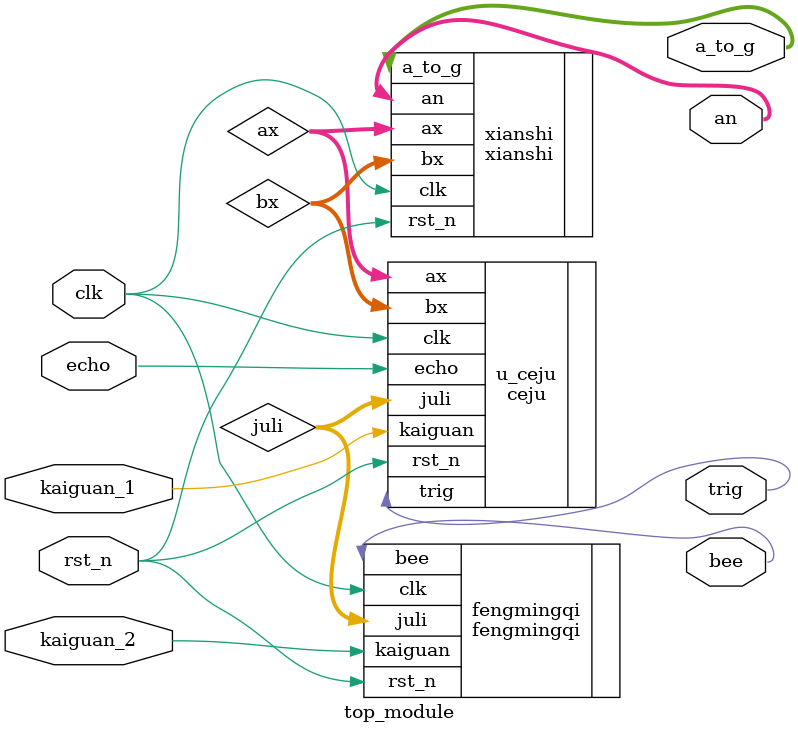
<source format=v>
`timescale 1ns / 1ps

module top_module (
    input clk,            // 100MHz ÏµÍ³Ê±ÖÓ
    input rst_n,          // µÍµçÆ½¸´Î»
    input kaiguan_1,        // ¿ØÖÆÊÇ·ñ²â¾à
    input kaiguan_2,        // ¿ØÖÆÊÇ·ñ±¨¾¯
    input echo,           // ³¬Éù²¨»Ø²¨ÐÅºÅ

    output trig,          // ³¬Éù²¨´¥·¢ÐÅºÅ
    output [15:0] a_to_g,  // ÊýÂë¹Ü¶ÎÑ¡
    output [7:0] an ,      // ÊýÂë¹ÜÎ»Ñ¡
    output bee
);

    // ============ ²â¾àÄ£¿é ============ 
wire [15:0] ax;
wire [15:0] bx;
wire [16:0] juli;

ceju u_ceju (
    .clk(clk),
    .kaiguan(kaiguan_1),
    .rst_n(rst_n),
    .echo(echo),
    .trig(trig),
    .ax(ax),
    .bx(bx),   
    .juli(juli)
);

xianshi xianshi(
.clk(clk),
.rst_n(rst_n),
.ax(ax),
.bx(bx),
.a_to_g(a_to_g), //¶ÎÐÅºÅ
.an(an)  //Î»Ñ¡ÐÅºÅ
);

fengmingqi fengmingqi(
.clk(clk),
.rst_n(rst_n),
.juli(juli),
.bee(bee),
.kaiguan(kaiguan_2)
);
endmodule



</source>
